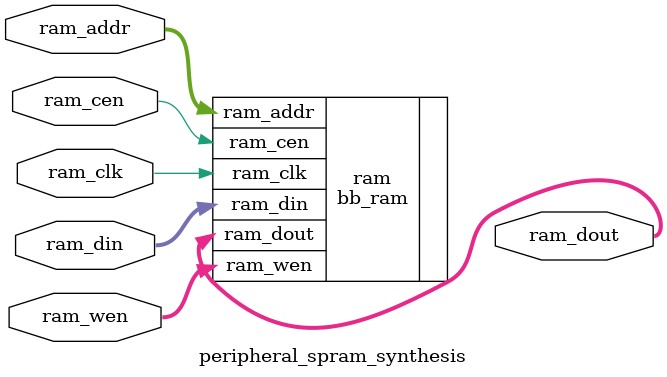
<source format=sv>

/* Copyright (c) 2015-2016 by the author(s)
 *
 * Redistribution and use in source and binary forms, with or without
 * modification, are permitted provided that the following conditions
 * are met:
 *     * Redistributions of source code must retain the above copyright
 *       notice, this list of conditions and the following disclaimer.
 *     * Redistributions in binary form must reproduce the above copyright
 *       notice, this list of conditions and the following disclaimer in the
 *       documentation and/or other materials provided with the distribution.
 *     * Neither the name of the authors nor the names of its contributors
 *       may be used to endorse or promote products derived from this software
 *       without specific prior written permission.
 *
 * THIS SOFTWARE IS PROVIDED BY THE COPYRIGHT HOLDERS AND CONTRIBUTORS "AS IS"
 * AND ANY EXPRESS OR IMPLIED WARRANTIES, INCLUDING, BUT NOT LIMITED TO, THE
 * IMPLIED WARRANTIES OF MERCHANTABILITY AND FITNESS FOR A PARTICULAR PURPOSE
 * ARE DISCLAIMED. IN NO EVENT SHALL THE COPYRIGHT HOLDER OR CONTRIBUTORS BE
 * LIABLE FOR ANY DIRECT, INDIRECT, INCIDENTAL, SPECIAL, EXEMPLARY,
 * OR CONSEQUENTIAL DAMAGES (INCLUDING, BUT NOT LIMITED TO, PROCUREMENT OF
 * SUBSTITUTE GOODS OR SERVICES; LOSS OF USE, DATA, OR PROFITS; OR BUSINESS
 * INTERRUPTION) HOWEVER CAUSED AND ON ANY THEORY OF LIABILITY, WHETHER IN
 * CONTRACT, STRICT LIABILITY, OR TORT (INCLUDING NEGLIGENCE OR OTHERWISE)
 * ARISING IN ANY WAY OUT OF THE USE OF THIS SOFTWARE, EVEN IF ADVISED OF
 * THE POSSIBILITY OF SUCH DAMAGE
 *
 * =============================================================================
 * Author(s):
 *   Olivier Girard <olgirard@gmail.com>
 *   Paco Reina Campo <pacoreinacampo@queenfield.tech>
 */

module peripheral_spram_synthesis #(
  parameter AW       =   6,  // Address bus
  parameter DW       =  16,  // Data bus
  parameter MEM_SIZE = 256   // Memory size in bytes
)
  (
    input              ram_clk,        // RAM clock

    input     [AW-1:0] ram_addr,       // RAM address
    output    [DW-1:0] ram_dout,       // RAM data output
    input     [DW-1:0] ram_din,        // RAM data input
    input              ram_cen,        // RAM chip enable (low active)
    input        [1:0] ram_wen         // RAM write enable (low active)
  );

  //////////////////////////////////////////////////////////////////
  //
  // Module Body
  //

  //DUT AHB3
  bb_ram #(
    .AW       ( AW ),
    .DW       ( DW ),
    .MEM_SIZE ( MEM_SIZE )
  )
  ram (
    .ram_clk   ( ram_clk ),

    .ram_addr ( ram_addr ),
    .ram_dout ( ram_dout ),
    .ram_din  ( ram_din  ),
    .ram_cen  ( ram_cen  ),
    .ram_wen  ( ram_wen  )
  );
endmodule // bb_ram

</source>
